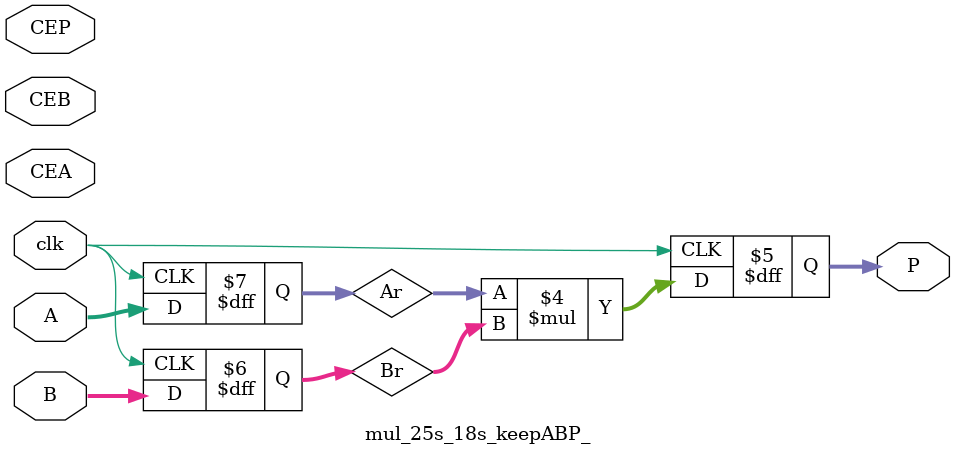
<source format=v>
(* top *)
module mul_25s_18s_keepABP_ #(parameter AW=25, BW=18, AREG=1, BREG=1, PREG=1) (input clk, CEA, CEB, CEP, input signed [AW-1:0] A, input signed [BW-1:0] B, (* keep *) output reg signed [AW+BW-1:0] P);
(* keep *) reg signed [AW-1:0] Ar;
(* keep *) reg signed [BW-1:0] Br;
generate
    if (AREG) begin
        always @(posedge clk) if (1) Ar <= A;
    end
    else
        always @* Ar <= A;
    if (BREG) begin
        always @(posedge clk) if (1) Br <= B;
    end
    else
        always @* Br <= B;
    if (PREG) begin
        always @(posedge clk) if (1) P <= Ar * Br;
    end
    else
        always @* P <= Ar * Br;
endgenerate
endmodule

`ifndef _AUTOTB
module __test ;
    wire [4095:0] assert_area = "cd mul_25s_18s_keepABP_; select t:DSP48E1 -assert-count 1; select t:FD* -assert-count 86";
endmodule
`endif


</source>
